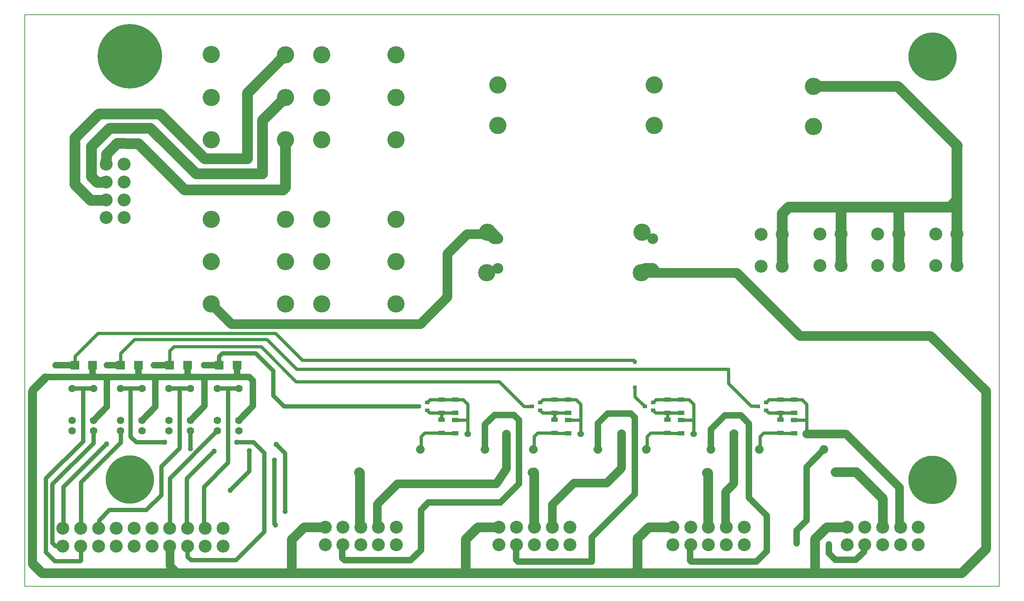
<source format=gbr>
G04 PROTEUS RS274X GERBER FILE*
%FSLAX45Y45*%
%MOMM*%
G01*
%ADD10C,0.762000*%
%ADD11C,2.540000*%
%ADD12C,2.032000*%
%ADD13C,2.286000*%
%ADD14C,1.524000*%
%ADD15C,1.016000*%
%ADD16C,1.524000*%
%ADD17C,1.016000*%
%ADD18C,1.270000*%
%ADD19C,1.778000*%
%ADD70C,3.048000*%
%ADD71C,11.430000*%
%ADD20C,15.240000*%
%ADD21R,1.016000X0.889000*%
%ADD22R,1.524000X1.016000*%
%ADD23C,2.032000*%
%ADD24C,4.064000*%
%ADD25C,3.810000*%
%ADD26R,2.032000X2.032000*%
%ADD27C,2.540000*%
%ADD28C,0.203200*%
D10*
X+9500000Y+4340000D02*
X+9570000Y+4410000D01*
X+9840000Y+4410000D01*
X+10160000Y+4410000D01*
X+9500000Y+4152040D02*
X+9557000Y+4095040D01*
X+9840000Y+4095040D01*
X+10160000Y+4095040D01*
X+9840000Y+4095040D02*
X+9840000Y+3934960D01*
X+9840000Y+3620000D02*
X+9844960Y+3615040D01*
X+10160000Y+3615040D01*
X+9840000Y+3620000D02*
X+9434573Y+3620000D01*
X+9352314Y+3537741D01*
X+9352314Y+3242314D01*
X+9340000Y+3230000D01*
X+12167000Y+4340000D02*
X+12237000Y+4410000D01*
X+12507000Y+4410000D01*
X+12827000Y+4410000D01*
X+12167000Y+4152040D02*
X+12224000Y+4095040D01*
X+12507000Y+4095040D01*
X+12827000Y+4095040D01*
X+12507000Y+4095040D02*
X+12507000Y+3934960D01*
X+12507000Y+3620000D02*
X+12511960Y+3615040D01*
X+12827000Y+3615040D01*
X+12507000Y+3620000D02*
X+12101573Y+3620000D01*
X+12019314Y+3537741D01*
X+12019314Y+3242314D01*
X+12007000Y+3230000D01*
X+14834000Y+4340000D02*
X+14904000Y+4410000D01*
X+15174000Y+4410000D01*
X+15494000Y+4410000D01*
X+14834000Y+4152040D02*
X+14891000Y+4095040D01*
X+15174000Y+4095040D01*
X+15494000Y+4095040D01*
X+15174000Y+4095040D02*
X+15174000Y+3934960D01*
X+15174000Y+3620000D02*
X+15178960Y+3615040D01*
X+15494000Y+3615040D01*
X+15174000Y+3620000D02*
X+14768573Y+3620000D01*
X+14686314Y+3537741D01*
X+14686314Y+3242314D01*
X+14674000Y+3230000D01*
X+17501000Y+4340000D02*
X+17571000Y+4410000D01*
X+17841000Y+4410000D01*
X+18161000Y+4410000D01*
X+17501000Y+4152040D02*
X+17558000Y+4095040D01*
X+17841000Y+4095040D01*
X+18161000Y+4095040D01*
X+17841000Y+4095040D02*
X+17841000Y+3934960D01*
X+17841000Y+3620000D02*
X+17845960Y+3615040D01*
X+18161000Y+3615040D01*
X+17841000Y+3620000D02*
X+17435573Y+3620000D01*
X+17353314Y+3537741D01*
X+17353314Y+3242314D01*
X+17341000Y+3230000D01*
D11*
X+22005540Y+8325240D02*
X+22005540Y+7575620D01*
X+22005920Y+7575240D01*
X+19265540Y+8325240D02*
X+19265540Y+7575620D01*
X+19265920Y+7575240D01*
X+20635540Y+8325240D02*
X+20635540Y+7575620D01*
X+20635920Y+7575240D01*
D12*
X+16740290Y+3600000D02*
X+16740290Y+3605733D01*
X+16742334Y+3607777D01*
X+14090000Y+3600000D02*
X+14090000Y+3604005D01*
X+14089083Y+3604922D01*
D13*
X+7882480Y+2693112D02*
X+7885504Y+2696136D01*
X+19131219Y+2701219D02*
X+19130000Y+2700000D01*
X+19410000Y+1400000D02*
X+18930000Y+1400000D01*
X+18650000Y+1120000D01*
X+18650000Y+330000D01*
X+18630000Y+310000D01*
X+14550000Y+7410000D02*
X+16804601Y+7410000D01*
X+18293804Y+5920797D01*
X+21379204Y+5920797D01*
X+22688160Y+4611841D01*
X+22688160Y+888160D01*
X+22110000Y+310000D01*
X+18630000Y+310000D01*
X+15300000Y+1400000D02*
X+14730000Y+1400000D01*
X+14460000Y+1130000D01*
X+14460000Y+320000D01*
X+14470000Y+310000D01*
X+18630000Y+310000D02*
X+14470000Y+310000D01*
X+11190000Y+1400000D02*
X+10690000Y+1400000D01*
X+10400000Y+1110000D01*
X+10400000Y+352716D01*
X+10357284Y+310000D01*
X+14470000Y+310000D02*
X+10357284Y+310000D01*
X+7090000Y+1400000D02*
X+6590000Y+1400000D01*
X+6300000Y+1110000D01*
X+6300000Y+310000D01*
X+10357284Y+310000D02*
X+6300000Y+310000D01*
D14*
X+19806240Y+1003760D02*
X+19806240Y+814060D01*
X+19616666Y+624486D01*
X+19135514Y+624486D01*
X+18980000Y+780000D01*
X+18980000Y+980000D01*
X+18980000Y+990000D01*
X+18865000Y+3230000D02*
X+18455220Y+2820220D01*
X+18455220Y+1600000D01*
X+18455220Y+1554862D01*
D11*
X+14550000Y+7410000D02*
X+14650000Y+7510000D01*
X+14820000Y+7510000D01*
X+14868770Y+7461230D01*
X+14869091Y+7461230D01*
D13*
X+4403980Y+6671160D02*
X+4874560Y+6200580D01*
X+9334396Y+6200580D01*
X+9972463Y+6838647D01*
X+9972463Y+7857101D01*
X+10438743Y+8323381D01*
X+10883381Y+8323381D01*
X+10920000Y+8360000D01*
D11*
X+11020000Y+8360000D01*
X+11170000Y+8210000D01*
X+10920000Y+8360000D02*
X+11070000Y+8210000D01*
X+11170000Y+8210000D01*
D14*
X+1620000Y+3920000D02*
X+1940697Y+4240697D01*
X+1940697Y+4245241D01*
X+1940697Y+4936985D01*
X+1949122Y+4945410D01*
X+2763000Y+3920000D02*
X+3082222Y+4239222D01*
X+3082222Y+4249453D01*
X+3082222Y+4927632D01*
X+3100000Y+4945410D01*
X+1601640Y+5220000D02*
X+1601640Y+4957566D01*
X+1589484Y+4945410D01*
X+1949122Y+4945410D02*
X+1589484Y+4945410D01*
X+700000Y+4945410D01*
X+2681640Y+5220000D02*
X+2681640Y+4950923D01*
X+2687153Y+4945410D01*
X+3100000Y+4945410D02*
X+2687153Y+4945410D01*
X+1949122Y+4945410D01*
X+3841640Y+5220000D02*
X+3841640Y+4950402D01*
X+3836648Y+4945410D01*
X+3100000Y+4945410D01*
X+5011640Y+5220000D02*
X+5011640Y+4954435D01*
X+5020665Y+4945410D01*
X+5049000Y+3920000D02*
X+5382640Y+4253640D01*
X+5382640Y+4454590D01*
X+5382640Y+4859517D01*
X+5296747Y+4945410D01*
X+5020665Y+4945410D01*
X+700000Y+4945410D02*
X+500411Y+4945410D01*
X+150594Y+4595593D01*
X+150594Y+563561D01*
X+180709Y+533446D01*
D12*
X+180709Y+4623587D01*
X+477500Y+4922500D01*
D10*
X+2260000Y+5220000D02*
X+2260000Y+5498048D01*
X+2592440Y+5830488D01*
X+5713398Y+5830488D01*
X+6287599Y+5256287D01*
D15*
X+4590000Y+5220000D02*
X+4590000Y+5427618D01*
X+4662382Y+5500000D01*
X+5449418Y+5500000D01*
X+5865609Y+5083809D01*
X+5865609Y+4505926D01*
X+6120952Y+4250583D01*
X+9297317Y+4250583D01*
X+9301880Y+4246020D01*
D10*
X+6287599Y+5256287D02*
X+6414239Y+5129647D01*
X+16605989Y+5129647D01*
X+16605989Y+4792852D01*
X+17143112Y+4255729D01*
X+17293171Y+4255729D01*
X+17302880Y+4246020D01*
X+3420000Y+5220000D02*
X+3420000Y+5559770D01*
X+3521003Y+5660773D01*
X+5575209Y+5660773D01*
X+6403370Y+4832612D01*
X+11196522Y+4832612D01*
X+11783114Y+4246020D01*
X+11968880Y+4246020D01*
X+14635880Y+4246020D02*
X+14400000Y+4481900D01*
X+14400000Y+4700000D01*
X+1180000Y+5220000D02*
X+1180000Y+5431346D01*
X+1727759Y+5979105D01*
X+5916057Y+5979105D01*
X+6553308Y+5341854D01*
X+14374519Y+5341854D01*
X+14400000Y+5300000D01*
D14*
X+1180000Y+5220000D02*
X+723503Y+5220000D01*
X+723269Y+5219766D01*
X+2260000Y+5220000D02*
X+1934202Y+5220000D01*
X+1933968Y+5219766D01*
X+3420000Y+5220000D02*
X+3050544Y+5220000D01*
X+3045836Y+5224708D01*
X+4590000Y+5220000D02*
X+4236536Y+5220000D01*
X+4231828Y+5224708D01*
D15*
X+1120000Y+4670000D02*
X+1400000Y+4670000D01*
X+1620000Y+4670000D01*
X+4549000Y+4670000D02*
X+4800000Y+4670000D01*
X+5049000Y+4670000D01*
X+4549000Y+3670000D02*
X+3427440Y+2548440D01*
X+3427440Y+1396240D01*
X+3406000Y+4670000D02*
X+3652639Y+4670000D01*
X+3906000Y+4670000D01*
X+3906000Y+3670000D02*
X+3906000Y+3252982D01*
X+3906158Y+3252824D01*
X+2263000Y+4670000D02*
X+2500000Y+4670000D01*
X+2763000Y+4670000D01*
X+2500000Y+4670000D02*
X+2500000Y+3530092D01*
X+2630278Y+3399814D01*
X+3299814Y+3399814D01*
X+3300000Y+3400000D01*
X+3823680Y+1396240D02*
X+3823680Y+2547105D01*
X+4470602Y+3194027D01*
D12*
X+3427440Y+1000000D02*
X+3427440Y+482560D01*
X+3600000Y+310000D01*
D13*
X+6300000Y+310000D02*
X+3600000Y+310000D01*
X+404155Y+310000D01*
X+180709Y+533446D01*
D15*
X+6148958Y+1767013D02*
X+6148958Y+3138353D01*
X+5935513Y+3351798D01*
X+4846527Y+2265232D02*
X+5300000Y+2718705D01*
X+5300000Y+3200000D01*
D14*
X+3906000Y+3920000D02*
X+4244477Y+4258477D01*
X+4244477Y+4945410D01*
X+5020665Y+4945410D02*
X+4244477Y+4945410D01*
X+3836648Y+4945410D01*
D10*
X+10160000Y+3930000D02*
X+10444808Y+3930000D01*
X+10453820Y+3939012D01*
X+10160000Y+4410000D02*
X+10344282Y+4410000D01*
X+10453820Y+4300462D01*
X+10453820Y+3939012D01*
X+10453820Y+3600000D01*
X+12827000Y+3930000D02*
X+13108843Y+3930000D01*
X+13120820Y+3941977D01*
X+12827000Y+4410000D02*
X+13011282Y+4410000D01*
X+13120820Y+4300462D01*
X+13120820Y+3941977D01*
X+13120820Y+3600000D01*
X+15494000Y+3930000D02*
X+15786333Y+3930000D01*
X+15787820Y+3931487D01*
X+15494000Y+4410000D02*
X+15678282Y+4410000D01*
X+15787820Y+4300462D01*
X+15787820Y+3931487D01*
X+15787820Y+3600000D01*
X+18161000Y+3930000D02*
X+18446336Y+3930000D01*
X+18454820Y+3938484D01*
X+18161000Y+4410000D02*
X+18345282Y+4410000D01*
X+18454820Y+4300462D01*
X+18454820Y+3938484D01*
X+18454820Y+3580000D01*
X+18454820Y+3600000D01*
D11*
X+18620000Y+11810000D02*
X+20604404Y+11810000D01*
X+22008723Y+10405681D01*
X+22005540Y+10402498D01*
X+22005540Y+8325240D01*
X+17878700Y+8312540D02*
X+17878700Y+7562920D01*
X+17879080Y+7562540D01*
X+19265540Y+8325240D02*
X+19265540Y+8953865D01*
X+19270255Y+8958580D01*
X+17878700Y+8312540D02*
X+17878700Y+8800740D01*
X+18036540Y+8958580D01*
X+19270255Y+8958580D01*
X+20635540Y+8325240D02*
X+20635540Y+8956620D01*
X+20637500Y+8958580D01*
X+19270255Y+8958580D02*
X+20637500Y+8958580D01*
X+21841398Y+8958580D01*
X+21946081Y+9063263D01*
D14*
X+18455220Y+1554862D02*
X+18221960Y+1321602D01*
X+18221960Y+1010920D01*
D15*
X+4800000Y+4670000D02*
X+4800000Y+2918890D01*
X+4228333Y+2347223D01*
X+4228333Y+1404653D01*
X+4260000Y+1370000D01*
X+1770000Y+1360000D02*
X+1740000Y+1370000D01*
X+1760000Y+1478720D01*
X+1760000Y+1560000D01*
X+2000000Y+1800000D01*
X+2869721Y+1800000D01*
X+3220486Y+2150765D01*
X+3220486Y+2829861D01*
X+3652639Y+3262014D01*
X+3652639Y+4670000D01*
X+1320000Y+1370000D02*
X+1330000Y+1512480D01*
X+1330000Y+2454970D01*
X+2268224Y+3393194D01*
X+2268224Y+3664776D01*
X+2263000Y+3670000D01*
X+900000Y+1370000D02*
X+910000Y+1536240D01*
X+910000Y+2345000D01*
X+1929398Y+3364398D01*
X+1400000Y+4670000D02*
X+1377088Y+4647088D01*
X+1377088Y+3420905D01*
X+500000Y+2543817D01*
X+500000Y+800000D01*
X+707197Y+592803D01*
X+1310000Y+592803D01*
X+1330000Y+605102D01*
X+1330000Y+883760D01*
X+1320000Y+950000D01*
X+3840000Y+970000D02*
X+3843334Y+693334D01*
X+3923797Y+612871D01*
X+4982129Y+612871D01*
X+5652407Y+1283149D01*
X+5652407Y+3147593D01*
X+5400000Y+3400000D01*
X+5000000Y+3400000D01*
X+5919891Y+1448625D02*
X+5892396Y+1476120D01*
X+5892396Y+2977462D01*
X+1620000Y+3670000D02*
X+1620000Y+3375160D01*
X+652643Y+2407803D01*
X+652643Y+1024914D01*
X+727557Y+950000D01*
X+900000Y+950000D01*
D14*
X+10864000Y+3230000D02*
X+10864000Y+3821806D01*
X+11087332Y+4045138D01*
X+11543960Y+4045138D01*
X+11665253Y+3923845D01*
X+11665253Y+2418396D01*
X+11222894Y+1976037D01*
X+9524803Y+1976037D01*
X+9353568Y+1804802D01*
X+9353568Y+855869D01*
X+9110984Y+613285D01*
X+7546715Y+613285D01*
X+7490000Y+670000D01*
X+7490000Y+1000000D01*
X+7486240Y+1003760D01*
D12*
X+8330000Y+1400000D02*
X+8320000Y+1441280D01*
X+8320000Y+1938148D01*
X+8798445Y+2416593D01*
X+11131482Y+2416593D01*
X+11370000Y+2780000D01*
X+11370000Y+3600000D01*
D13*
X+7930000Y+1400000D02*
X+7910000Y+1400000D01*
X+7910000Y+2693112D01*
X+7882480Y+2693112D01*
D14*
X+13531000Y+3230000D02*
X+13531000Y+3854416D01*
X+13756334Y+4079750D01*
X+14306667Y+4079750D01*
X+14401917Y+3984500D01*
X+14401917Y+2174750D01*
X+13385917Y+1158750D01*
X+13385917Y+587250D01*
X+11639668Y+587250D01*
X+11600000Y+626918D01*
X+11600000Y+990000D01*
X+11586240Y+1003760D01*
D13*
X+12040000Y+1390000D02*
X+12020000Y+1400000D01*
X+12020000Y+2692639D01*
X+11982480Y+2692639D01*
X+11983122Y+2693281D01*
D12*
X+12450000Y+1400000D02*
X+12450000Y+1930000D01*
X+12960000Y+2440000D01*
X+13740000Y+2440000D01*
X+14090000Y+2790000D01*
X+14090000Y+3600000D01*
D13*
X+16130000Y+1400000D02*
X+16130000Y+2682863D01*
X+16092480Y+2682863D01*
X+16091023Y+2684320D01*
D12*
X+16560000Y+1400000D02*
X+16540000Y+1451280D01*
X+16540000Y+2224404D01*
X+16740290Y+2424694D01*
X+16740290Y+3600000D01*
D14*
X+16198000Y+3230000D02*
X+16198000Y+3705118D01*
X+16526621Y+4033739D01*
X+16906566Y+4033739D01*
X+17096538Y+3843767D01*
X+17096538Y+2093462D01*
X+17520000Y+1670000D01*
X+17520000Y+826621D01*
X+17272438Y+579059D01*
X+15731552Y+579059D01*
X+15700000Y+610611D01*
X+15700000Y+1000000D01*
X+15720000Y+980000D01*
D13*
X+20250000Y+1400000D02*
X+20250000Y+2075168D01*
X+19623949Y+2701219D01*
X+19131219Y+2701219D01*
D12*
X+18454820Y+3600000D02*
X+19385902Y+3600000D01*
X+20650000Y+2335902D01*
X+20650000Y+1451280D01*
X+20670000Y+1400000D01*
D11*
X+6153980Y+11551160D02*
X+5610000Y+11007180D01*
X+5610000Y+9740000D01*
X+4047838Y+9740000D01*
X+2964896Y+10822942D01*
X+2002942Y+10822942D01*
X+1570000Y+10390000D01*
X+1570000Y+9677839D01*
X+1707839Y+9540000D01*
X+1920000Y+9550000D01*
X+1920000Y+9130000D02*
X+1920000Y+9120000D01*
X+1554518Y+9120000D01*
X+1184052Y+9490466D01*
X+1184052Y+10594052D01*
X+1750000Y+11160000D01*
X+3186807Y+11160000D01*
X+4246807Y+10100000D01*
X+5254172Y+10100000D01*
X+5254172Y+11651352D01*
X+6153980Y+12551160D01*
X+1920000Y+9970000D02*
X+1930000Y+10200000D01*
X+2180000Y+10460000D01*
X+2582133Y+10456816D01*
X+2682674Y+10456816D01*
X+3773423Y+9366067D01*
X+6099849Y+9366067D01*
X+6153980Y+9420198D01*
X+6153980Y+10551160D01*
D16*
X+2356240Y+12010000D03*
X+2640000Y+13020000D03*
X+2980000Y+12370000D03*
X+1980000Y+12670000D03*
X+2250000Y+12990000D03*
X+2770000Y+12090000D03*
X+2930000Y+12780000D03*
X+2040000Y+12240000D03*
X+13120820Y+3600000D03*
X+10453820Y+3600000D03*
X+15787820Y+3600000D03*
D17*
X+14400000Y+5300000D03*
X+14400000Y+4700000D03*
X+723269Y+5219766D03*
X+1933968Y+5219766D03*
X+3045836Y+5224708D03*
X+4236536Y+5220000D03*
D18*
X+3906000Y+3252982D03*
X+3299814Y+3399814D03*
X+4470602Y+3194027D03*
X+4846527Y+2265232D03*
X+5935513Y+3351798D03*
X+5300000Y+3200000D03*
X+18221960Y+1010920D03*
X+18980000Y+990000D03*
X+1929398Y+3364398D03*
X+5000000Y+3400000D03*
X+5919891Y+1448625D03*
X+5892396Y+2977462D03*
X+6148958Y+1767013D03*
D16*
X+11370000Y+3600000D03*
X+7882480Y+2693112D03*
X+11982480Y+2692639D03*
X+14090000Y+3600000D03*
X+16092480Y+2682863D03*
X+16740290Y+3600000D03*
X+19131219Y+2701219D03*
X+18454820Y+3600000D03*
D19*
X+1620000Y+3920000D03*
X+1120000Y+3920000D03*
X+1620000Y+4670000D03*
X+1120000Y+4670000D03*
X+1620000Y+3670000D03*
X+1120000Y+3670000D03*
X+2763000Y+3920000D03*
X+2263000Y+3920000D03*
X+2763000Y+4670000D03*
X+2263000Y+4670000D03*
X+2763000Y+3670000D03*
X+2263000Y+3670000D03*
X+3906000Y+3920000D03*
X+3406000Y+3920000D03*
X+3906000Y+4670000D03*
X+3406000Y+4670000D03*
X+3906000Y+3670000D03*
X+3406000Y+3670000D03*
X+5049000Y+3920000D03*
X+4549000Y+3920000D03*
X+5049000Y+4670000D03*
X+4549000Y+4670000D03*
X+5049000Y+3670000D03*
X+4549000Y+3670000D03*
D70*
X+900000Y+1370000D03*
X+900000Y+950000D03*
X+1320000Y+1370000D03*
X+1320000Y+950000D03*
X+1740000Y+1370000D03*
X+1740000Y+950000D03*
X+2160000Y+1370000D03*
X+2160000Y+950000D03*
X+2580000Y+1370000D03*
X+2580000Y+950000D03*
X+3000000Y+1370000D03*
X+3000000Y+950000D03*
X+3420000Y+1370000D03*
X+3420000Y+950000D03*
X+3840000Y+1370000D03*
X+3840000Y+950000D03*
X+4260000Y+1370000D03*
X+4260000Y+950000D03*
X+4680000Y+1370000D03*
X+4680000Y+950000D03*
X+7090000Y+1400000D03*
X+7090000Y+980000D03*
X+7510000Y+1400000D03*
X+7510000Y+980000D03*
X+7930000Y+1400000D03*
X+7930000Y+980000D03*
X+8350000Y+1400000D03*
X+8350000Y+980000D03*
X+8770000Y+1400000D03*
X+8770000Y+980000D03*
X+11190000Y+1400000D03*
X+11190000Y+980000D03*
X+11610000Y+1400000D03*
X+11610000Y+980000D03*
X+12030000Y+1400000D03*
X+12030000Y+980000D03*
X+12450000Y+1400000D03*
X+12450000Y+980000D03*
X+12870000Y+1400000D03*
X+12870000Y+980000D03*
X+15300000Y+1400000D03*
X+15300000Y+980000D03*
X+15720000Y+1400000D03*
X+15720000Y+980000D03*
X+16140000Y+1400000D03*
X+16140000Y+980000D03*
X+16560000Y+1400000D03*
X+16560000Y+980000D03*
X+16980000Y+1400000D03*
X+16980000Y+980000D03*
X+19410000Y+1400000D03*
X+19410000Y+980000D03*
X+19830000Y+1400000D03*
X+19830000Y+980000D03*
X+20250000Y+1400000D03*
X+20250000Y+980000D03*
X+20670000Y+1400000D03*
X+20670000Y+980000D03*
X+21090000Y+1400000D03*
X+21090000Y+980000D03*
X+1920000Y+9970000D03*
X+2340000Y+9550000D03*
X+1920000Y+9550000D03*
X+2340000Y+9130000D03*
X+1920000Y+9130000D03*
X+2340000Y+8710000D03*
X+1920000Y+8710000D03*
X+2340000Y+9970000D03*
D71*
X+2480000Y+2520000D03*
X+21430000Y+2510000D03*
X+21430000Y+12509980D03*
D20*
X+2480000Y+12519980D03*
D21*
X+9500000Y+4340000D03*
X+9500000Y+4152040D03*
X+9301880Y+4246020D03*
D22*
X+10160000Y+4410000D03*
X+10160000Y+4095040D03*
X+9840000Y+3620000D03*
X+9840000Y+3934960D03*
X+10160000Y+3930000D03*
X+10160000Y+3615040D03*
X+9840000Y+4410000D03*
X+9840000Y+4095040D03*
D23*
X+9340000Y+3230000D03*
X+10864000Y+3230000D03*
D21*
X+12167000Y+4340000D03*
X+12167000Y+4152040D03*
X+11968880Y+4246020D03*
D22*
X+12827000Y+4410000D03*
X+12827000Y+4095040D03*
X+12507000Y+3620000D03*
X+12507000Y+3934960D03*
X+12827000Y+3930000D03*
X+12827000Y+3615040D03*
X+12507000Y+4410000D03*
X+12507000Y+4095040D03*
D23*
X+12007000Y+3230000D03*
X+13531000Y+3230000D03*
D21*
X+14834000Y+4340000D03*
X+14834000Y+4152040D03*
X+14635880Y+4246020D03*
D22*
X+15494000Y+4410000D03*
X+15494000Y+4095040D03*
X+15174000Y+3620000D03*
X+15174000Y+3934960D03*
X+15494000Y+3930000D03*
X+15494000Y+3615040D03*
X+15174000Y+4410000D03*
X+15174000Y+4095040D03*
D23*
X+14674000Y+3230000D03*
X+16198000Y+3230000D03*
D21*
X+17501000Y+4340000D03*
X+17501000Y+4152040D03*
X+17302880Y+4246020D03*
D22*
X+18161000Y+4410000D03*
X+18161000Y+4095040D03*
X+17841000Y+3620000D03*
X+17841000Y+3934960D03*
X+18161000Y+3930000D03*
X+18161000Y+3615040D03*
X+17841000Y+4410000D03*
X+17841000Y+4095040D03*
D23*
X+17341000Y+3230000D03*
X+18865000Y+3230000D03*
D24*
X+7010020Y+6671160D03*
X+8760020Y+6671160D03*
X+4403980Y+6671160D03*
X+6153980Y+6671160D03*
X+7010020Y+7671160D03*
X+8760020Y+7671160D03*
X+4403980Y+7671160D03*
X+6153980Y+7671160D03*
X+7010020Y+8671160D03*
X+8760020Y+8671160D03*
X+4403980Y+8671160D03*
X+6153980Y+8671160D03*
X+7010020Y+10551160D03*
X+8760020Y+10551160D03*
X+4403980Y+10551160D03*
X+6153980Y+10551160D03*
X+7010020Y+11551160D03*
X+8760020Y+11551160D03*
X+4403980Y+11551160D03*
X+6153980Y+11551160D03*
X+7010020Y+12551160D03*
X+8760020Y+12551160D03*
D25*
X+4403980Y+12551160D03*
D24*
X+6153980Y+12551160D03*
D26*
X+1180000Y+5220000D03*
X+1601640Y+5220000D03*
X+2260000Y+5220000D03*
X+2681640Y+5220000D03*
X+3420000Y+5220000D03*
X+3841640Y+5220000D03*
X+4590000Y+5220000D03*
X+5011640Y+5220000D03*
D70*
X+19265920Y+7575240D03*
X+18765540Y+7575240D03*
X+18765540Y+8325240D03*
X+19265540Y+8325240D03*
X+20635920Y+7575240D03*
X+20135540Y+7575240D03*
X+20135540Y+8325240D03*
X+20635540Y+8325240D03*
X+22005920Y+7575240D03*
X+21505540Y+7575240D03*
X+21505540Y+8325240D03*
X+22005540Y+8325240D03*
D24*
X+11170000Y+11840000D03*
X+11170000Y+10890000D03*
D27*
X+11170000Y+7510000D03*
X+11170000Y+8210000D03*
D24*
X+14860000Y+11840000D03*
X+14860000Y+10890000D03*
X+18620000Y+11810000D03*
X+18620000Y+10860000D03*
X+10920000Y+8360000D03*
X+10900000Y+7410000D03*
D27*
X+14820000Y+7510000D03*
X+14820000Y+8210000D03*
D24*
X+14570000Y+8360000D03*
X+14550000Y+7410000D03*
X+4399280Y+12560300D03*
D70*
X+17879080Y+7562540D03*
X+17378700Y+7562540D03*
X+17378700Y+8312540D03*
X+17878700Y+8312540D03*
D28*
X+0Y+0D02*
X+23000000Y+0D01*
X+23000000Y+13500000D01*
X+0Y+13500000D01*
X+0Y+0D01*
M02*

</source>
